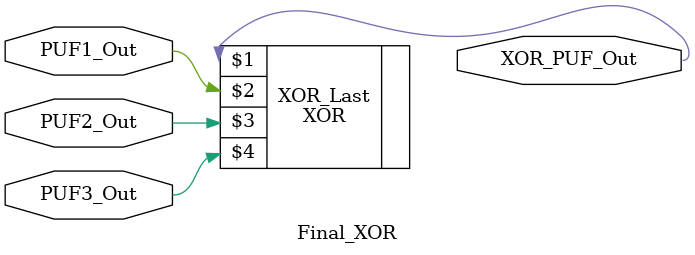
<source format=v>
/* 
//HARDWARE SECURITY PROJECT
G Group 9 - P2
1. Avinash Ayalasomayajula - 0699 6946
2. Samrat Kautilya Chitimalla - 7419 2986
3. Yashwanth Katta - 3451 7972
*/

//CODE FOR XOR Gate with Arbiter PUFs outputs as inputs and thus gives us the response output of the XOR PUF

`timescale 1ns / 1ps

module Final_XOR( PUF1_Out, PUF2_Out, PUF3_Out, XOR_PUF_Out);

input PUF1_Out,PUF2_Out,PUF3_Out; // INPUTS to the XOR Gate

output XOR_PUF_Out; // Output of the XOR PUF as a whole

(*LOC="SLICE_X3Y59"*)(*BEL="A6LUT"*)XOR XOR_Last(XOR_PUF_Out, PUF1_Out, PUF2_Out, PUF3_Out);

endmodule

</source>
